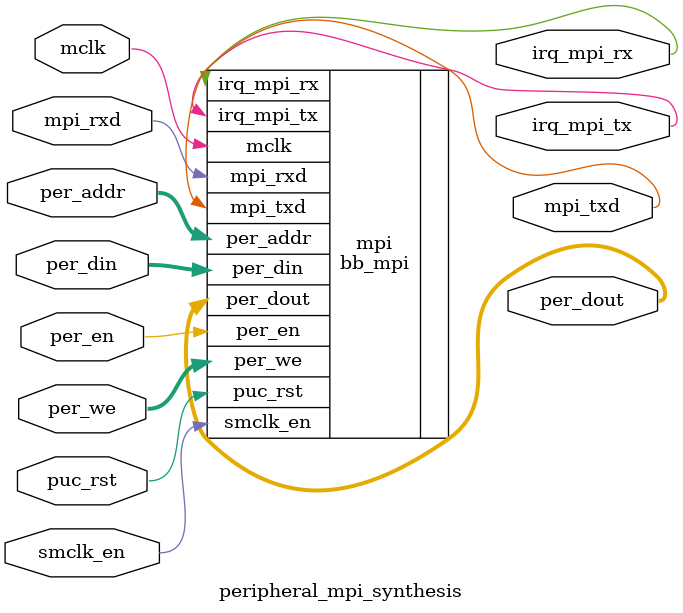
<source format=sv>

/* Copyright (c) 2018-2019 by the author(s)
 *
 * Permission is hereby granted, free of charge, to any person obtaining a copy
 * of this software and associated documentation files (the "Software"), to deal
 * in the Software without restriction, including without limitation the rights
 * to use, copy, modify, merge, publish, distribute, sublicense, and/or sell
 * copies of the Software, and to permit persons to whom the Software is
 * furnished to do so, subject to the following conditions:
 *
 * The above copyright notice and this permission notice shall be included in
 * all copies or substantial portions of the Software.
 *
 * THE SOFTWARE IS PROVIDED "AS IS", WITHOUT WARRANTY OF ANY KIND, EXPRESS OR
 * IMPLIED, INCLUDING BUT NOT LIMITED TO THE WARRANTIES OF MERCHANTABILITY,
 * FITNESS FOR A PARTICULAR PURPOSE AND NONINFRINGEMENT. IN NO EVENT SHALL THE
 * AUTHORS OR COPYRIGHT HOLDERS BE LIABLE FOR ANY CLAIM, DAMAGES OR OTHER
 * LIABILITY, WHETHER IN AN ACTION OF CONTRACT, TORT OR OTHERWISE, ARISING FROM,
 * OUT OF OR IN CONNECTION WITH THE SOFTWARE OR THE USE OR OTHER DEALINGS IN
 * THE SOFTWARE.
 *
 * =============================================================================
 * Author(s):
 *   Paco Reina Campo <pacoreinacampo@queenfield.tech>
 */

module peripheral_mpi_synthesis (
  input              mclk, // Main system clock
  input              puc_rst, // Main system reset

  input              smclk_en, // SMCLK enable (from CPU)

  input       [13:0] per_addr, // Peripheral address
  output      [15:0] per_dout, // Peripheral data output
  input       [15:0] per_din, // Peripheral data input
  input              per_en, // Peripheral enable (high active)
  input       [ 1:0] per_we, // Peripheral write enable (high active)

  output             irq_mpi_rx, // UART receive interrupt
  output             irq_mpi_tx, // UART transmit interrupt
  input              mpi_rxd, // UART Data Receive (RXD)
  output             mpi_txd // UART Data Transmit (TXD)
);

  //////////////////////////////////////////////////////////////////
  //
  // Module Body
  //

  //DUT BB
  bb_mpi mpi (
    .mclk         (mclk), // Main system clock
    .puc_rst      (puc_rst), // Main system reset

    .smclk_en     (smclk_en), // SMCLK enable (from CPU)

    .per_addr     (per_addr), // Peripheral address
    .per_dout     (per_dout), // Peripheral data output
    .per_din      (per_din), // Peripheral data input
    .per_en       (per_en), // Peripheral enable (high active)
    .per_we       (per_we), // Peripheral write enable (high active)

    .irq_mpi_rx  (irq_mpi_rx), // UART receive interrupt
    .irq_mpi_tx  (irq_mpi_tx), // UART transmit interrupt
    .mpi_rxd     (mpi_rxd), // UART Data Receive (RXD)
    .mpi_txd     (mpi_txd) // UART Data Transmit (TXD)
  );
endmodule

</source>
